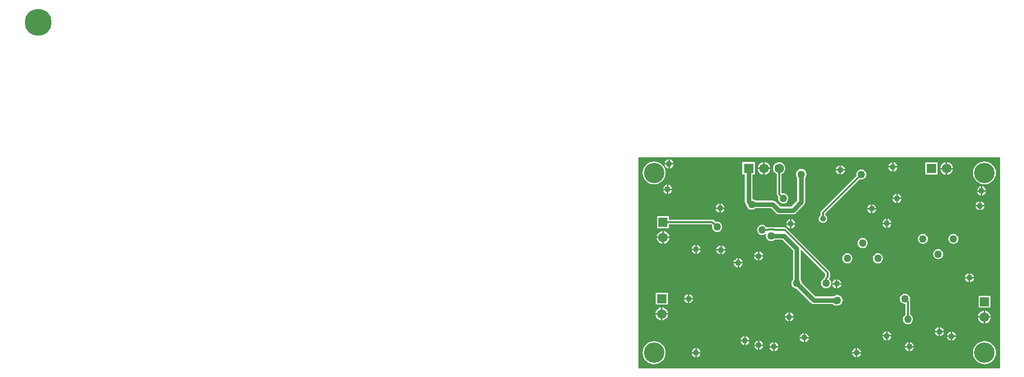
<source format=gbl>
G04 Layer_Physical_Order=2*
G04 Layer_Color=16711680*
%FSLAX25Y25*%
%MOIN*%
G70*
G01*
G75*
%ADD23C,0.03000*%
%ADD24C,0.01400*%
%ADD25C,0.00500*%
%ADD26C,0.00591*%
%ADD27C,0.13386*%
%ADD28C,0.17716*%
%ADD29C,0.05000*%
%ADD30R,0.06299X0.06299*%
%ADD31C,0.06299*%
%ADD32R,0.06299X0.06299*%
%ADD33C,0.03937*%
G36*
X236221Y0D02*
X0D01*
Y137795D01*
X236221D01*
Y0D01*
D02*
G37*
%LPC*%
G36*
X98925Y36235D02*
Y33807D01*
X101354D01*
X101317Y34082D01*
X101018Y34804D01*
X100542Y35424D01*
X99922Y35900D01*
X99200Y36199D01*
X98925Y36235D01*
D02*
G37*
G36*
X226878Y37427D02*
Y33807D01*
X230498D01*
X230421Y34390D01*
X230003Y35400D01*
X229338Y36267D01*
X228471Y36932D01*
X227461Y37350D01*
X226878Y37427D01*
D02*
G37*
G36*
X225878Y37427D02*
X225295Y37350D01*
X224285Y36932D01*
X223418Y36267D01*
X222753Y35400D01*
X222335Y34390D01*
X222258Y33807D01*
X225878D01*
Y37427D01*
D02*
G37*
G36*
X97925Y36235D02*
X97650Y36199D01*
X96928Y35900D01*
X96308Y35424D01*
X95832Y34804D01*
X95533Y34082D01*
X95497Y33807D01*
X97925D01*
Y36235D01*
D02*
G37*
G36*
X14343Y39435D02*
X13759Y39358D01*
X12750Y38940D01*
X11883Y38274D01*
X11218Y37408D01*
X10800Y36398D01*
X10723Y35815D01*
X14343D01*
Y39435D01*
D02*
G37*
G36*
X18792Y49265D02*
X10893D01*
Y41365D01*
X18792D01*
Y49265D01*
D02*
G37*
G36*
X31980Y44815D02*
X29552D01*
X29588Y44540D01*
X29887Y43818D01*
X30363Y43198D01*
X30983Y42722D01*
X31705Y42423D01*
X31980Y42387D01*
Y44815D01*
D02*
G37*
G36*
X15342Y39435D02*
Y35815D01*
X18962D01*
X18885Y36398D01*
X18467Y37408D01*
X17802Y38274D01*
X16935Y38940D01*
X15926Y39358D01*
X15342Y39435D01*
D02*
G37*
G36*
X230328Y47257D02*
X222428D01*
Y39358D01*
X230328D01*
Y47257D01*
D02*
G37*
G36*
X18962Y34815D02*
X15342D01*
Y31195D01*
X15926Y31272D01*
X16935Y31690D01*
X17802Y32355D01*
X18467Y33222D01*
X18885Y34232D01*
X18962Y34815D01*
D02*
G37*
G36*
X197350Y26550D02*
Y24122D01*
X199779D01*
X199742Y24397D01*
X199443Y25119D01*
X198968Y25739D01*
X198347Y26215D01*
X197625Y26514D01*
X197350Y26550D01*
D02*
G37*
G36*
X174213Y48643D02*
X173351Y48530D01*
X172548Y48197D01*
X171859Y47668D01*
X171330Y46979D01*
X170998Y46176D01*
X170884Y45315D01*
X170998Y44453D01*
X171330Y43651D01*
X171859Y42961D01*
X172548Y42432D01*
X173351Y42100D01*
X174213Y41987D01*
X174276Y41995D01*
X174652Y41665D01*
Y34808D01*
X174517Y34753D01*
X173828Y34224D01*
X173299Y33534D01*
X172966Y32732D01*
X172853Y31870D01*
X172966Y31009D01*
X173299Y30206D01*
X173828Y29517D01*
X174517Y28988D01*
X175320Y28655D01*
X176181Y28542D01*
X177043Y28655D01*
X177845Y28988D01*
X178535Y29517D01*
X179064Y30206D01*
X179396Y31009D01*
X179510Y31870D01*
X179396Y32732D01*
X179064Y33534D01*
X178535Y34224D01*
X177845Y34753D01*
X177710Y34808D01*
Y43347D01*
X177594Y43932D01*
X177358Y44285D01*
X177428Y44453D01*
X177541Y45315D01*
X177428Y46176D01*
X177095Y46979D01*
X176566Y47668D01*
X175877Y48197D01*
X175074Y48530D01*
X174213Y48643D01*
D02*
G37*
G36*
X162902Y23822D02*
Y21394D01*
X165330D01*
X165294Y21669D01*
X164995Y22391D01*
X164519Y23011D01*
X163899Y23487D01*
X163177Y23786D01*
X162902Y23822D01*
D02*
G37*
G36*
X196350Y26550D02*
X196075Y26514D01*
X195353Y26215D01*
X194733Y25739D01*
X194257Y25119D01*
X193958Y24397D01*
X193922Y24122D01*
X196350D01*
Y26550D01*
D02*
G37*
G36*
X225878Y32807D02*
X222258D01*
X222335Y32224D01*
X222753Y31214D01*
X223418Y30348D01*
X224285Y29682D01*
X225295Y29264D01*
X225878Y29188D01*
Y32807D01*
D02*
G37*
G36*
X101354D02*
X98925D01*
Y30379D01*
X99200Y30415D01*
X99922Y30714D01*
X100542Y31190D01*
X101018Y31810D01*
X101317Y32532D01*
X101354Y32807D01*
D02*
G37*
G36*
X14343Y34815D02*
X10723D01*
X10800Y34232D01*
X11218Y33222D01*
X11883Y32355D01*
X12750Y31690D01*
X13759Y31272D01*
X14343Y31195D01*
Y34815D01*
D02*
G37*
G36*
X230498Y32807D02*
X226878D01*
Y29188D01*
X227461Y29264D01*
X228471Y29682D01*
X229338Y30348D01*
X230003Y31214D01*
X230421Y32224D01*
X230498Y32807D01*
D02*
G37*
G36*
X97925D02*
X95497D01*
X95533Y32532D01*
X95832Y31810D01*
X96308Y31190D01*
X96928Y30714D01*
X97650Y30415D01*
X97925Y30379D01*
Y32807D01*
D02*
G37*
G36*
X64461Y68398D02*
X62032D01*
X62068Y68123D01*
X62368Y67401D01*
X62844Y66781D01*
X63464Y66305D01*
X64186Y66005D01*
X64461Y65969D01*
Y68398D01*
D02*
G37*
G36*
X67889D02*
X65461D01*
Y65969D01*
X65736Y66005D01*
X66458Y66305D01*
X67078Y66781D01*
X67554Y67401D01*
X67853Y68123D01*
X67889Y68398D01*
D02*
G37*
G36*
X216035Y61983D02*
X215760Y61947D01*
X215038Y61648D01*
X214418Y61172D01*
X213943Y60552D01*
X213643Y59830D01*
X213607Y59555D01*
X216035D01*
Y61983D01*
D02*
G37*
G36*
X217035D02*
Y59555D01*
X219464D01*
X219427Y59830D01*
X219128Y60552D01*
X218653Y61172D01*
X218033Y61648D01*
X217310Y61947D01*
X217035Y61983D01*
D02*
G37*
G36*
X136496Y75179D02*
X135635Y75065D01*
X134832Y74733D01*
X134142Y74204D01*
X133614Y73515D01*
X133281Y72712D01*
X133168Y71850D01*
X133281Y70989D01*
X133614Y70186D01*
X134142Y69497D01*
X134832Y68968D01*
X135635Y68635D01*
X136496Y68522D01*
X137357Y68635D01*
X138160Y68968D01*
X138850Y69497D01*
X139379Y70186D01*
X139711Y70989D01*
X139824Y71850D01*
X139711Y72712D01*
X139379Y73515D01*
X138850Y74204D01*
X138160Y74733D01*
X137357Y75065D01*
X136496Y75179D01*
D02*
G37*
G36*
X65461Y71826D02*
Y69398D01*
X67889D01*
X67853Y69673D01*
X67554Y70395D01*
X67078Y71015D01*
X66458Y71491D01*
X65736Y71790D01*
X65461Y71826D01*
D02*
G37*
G36*
X77831Y72819D02*
X75402D01*
X75439Y72544D01*
X75738Y71822D01*
X76214Y71202D01*
X76834Y70726D01*
X77556Y70427D01*
X77831Y70391D01*
Y72819D01*
D02*
G37*
G36*
X156496Y75179D02*
X155635Y75065D01*
X154832Y74733D01*
X154142Y74204D01*
X153613Y73515D01*
X153281Y72712D01*
X153168Y71850D01*
X153281Y70989D01*
X153613Y70186D01*
X154142Y69497D01*
X154832Y68968D01*
X155635Y68635D01*
X156496Y68522D01*
X157358Y68635D01*
X158160Y68968D01*
X158850Y69497D01*
X159379Y70186D01*
X159711Y70989D01*
X159825Y71850D01*
X159711Y72712D01*
X159379Y73515D01*
X158850Y74204D01*
X158160Y74733D01*
X157358Y75065D01*
X156496Y75179D01*
D02*
G37*
G36*
X64461Y71826D02*
X64186Y71790D01*
X63464Y71491D01*
X62844Y71015D01*
X62368Y70395D01*
X62068Y69673D01*
X62032Y69398D01*
X64461D01*
Y71826D01*
D02*
G37*
G36*
X219464Y58555D02*
X217035D01*
Y56127D01*
X217310Y56163D01*
X218033Y56462D01*
X218653Y56938D01*
X219128Y57558D01*
X219427Y58280D01*
X219464Y58555D01*
D02*
G37*
G36*
X32980Y48243D02*
Y45815D01*
X35409D01*
X35372Y46090D01*
X35073Y46812D01*
X34598Y47432D01*
X33977Y47908D01*
X33255Y48207D01*
X32980Y48243D01*
D02*
G37*
G36*
X80708Y93879D02*
X79847Y93766D01*
X79044Y93433D01*
X78355Y92905D01*
X77826Y92215D01*
X77493Y91412D01*
X77380Y90551D01*
X77493Y89689D01*
X77826Y88887D01*
X78355Y88197D01*
X79044Y87668D01*
X79847Y87336D01*
X80708Y87222D01*
X81570Y87336D01*
X82373Y87668D01*
X82884Y88060D01*
X83294Y87745D01*
X83204Y87528D01*
X83084Y86614D01*
X83204Y85701D01*
X83557Y84849D01*
X84118Y84118D01*
X84849Y83557D01*
X85701Y83204D01*
X86614Y83084D01*
X87528Y83204D01*
X88379Y83557D01*
X89042Y84065D01*
X93828D01*
X100797Y77096D01*
Y57841D01*
X100289Y57178D01*
X99936Y56327D01*
X99816Y55413D01*
X99936Y54500D01*
X100289Y53648D01*
X100850Y52917D01*
X101581Y52356D01*
X102433Y52004D01*
X103261Y51894D01*
X112666Y42489D01*
X113493Y41936D01*
X114469Y41742D01*
X126897D01*
X127135Y41505D01*
X127962Y40952D01*
X128937Y40758D01*
X129338Y40838D01*
X129921Y40761D01*
X130835Y40881D01*
X131686Y41234D01*
X132417Y41795D01*
X132978Y42526D01*
X133331Y43378D01*
X133451Y44291D01*
X133331Y45205D01*
X132978Y46056D01*
X132417Y46787D01*
X131686Y47348D01*
X130835Y47701D01*
X129921Y47821D01*
X129007Y47701D01*
X128156Y47348D01*
X127494Y46840D01*
X115524D01*
X106865Y55499D01*
X106756Y56327D01*
X106404Y57178D01*
X105895Y57841D01*
Y77312D01*
X106357Y77503D01*
X122085Y61776D01*
Y60173D01*
X121493Y59581D01*
X121162Y59085D01*
X121045Y58500D01*
Y58352D01*
X120911Y58296D01*
X120221Y57767D01*
X119692Y57078D01*
X119360Y56275D01*
X119246Y55413D01*
X119360Y54552D01*
X119692Y53749D01*
X120221Y53060D01*
X120911Y52531D01*
X121713Y52198D01*
X122575Y52085D01*
X123436Y52198D01*
X124239Y52531D01*
X124928Y53060D01*
X125457Y53749D01*
X125790Y54552D01*
X125903Y55413D01*
X125790Y56275D01*
X125457Y57078D01*
X124928Y57767D01*
X124706Y57937D01*
X124674Y58436D01*
X124696Y58458D01*
X125027Y58954D01*
X125144Y59539D01*
Y62409D01*
X125027Y62995D01*
X124696Y63491D01*
X96554Y91632D01*
X96058Y91964D01*
X95473Y92080D01*
X89159D01*
X88939Y92227D01*
X88354Y92344D01*
X84874D01*
X84289Y92227D01*
X84109Y92107D01*
X83596Y92203D01*
X83591Y92215D01*
X83062Y92905D01*
X82373Y93433D01*
X81570Y93766D01*
X80708Y93879D01*
D02*
G37*
G36*
X35409Y44815D02*
X32980D01*
Y42387D01*
X33255Y42423D01*
X33977Y42722D01*
X34598Y43198D01*
X35073Y43818D01*
X35372Y44540D01*
X35409Y44815D01*
D02*
G37*
G36*
X31980Y48243D02*
X31705Y48207D01*
X30983Y47908D01*
X30363Y47432D01*
X29887Y46812D01*
X29588Y46090D01*
X29552Y45815D01*
X31980D01*
Y48243D01*
D02*
G37*
G36*
X129075Y54618D02*
X126646D01*
X126683Y54343D01*
X126982Y53621D01*
X127458Y53001D01*
X128078Y52525D01*
X128800Y52226D01*
X129075Y52190D01*
Y54618D01*
D02*
G37*
G36*
X130075Y58046D02*
Y55618D01*
X132503D01*
X132467Y55893D01*
X132168Y56615D01*
X131692Y57235D01*
X131072Y57711D01*
X130350Y58010D01*
X130075Y58046D01*
D02*
G37*
G36*
X216035Y58555D02*
X213607D01*
X213643Y58280D01*
X213943Y57558D01*
X214418Y56938D01*
X215038Y56462D01*
X215760Y56163D01*
X216035Y56127D01*
Y58555D01*
D02*
G37*
G36*
X132503Y54618D02*
X130075D01*
Y52190D01*
X130350Y52226D01*
X131072Y52525D01*
X131692Y53001D01*
X132168Y53621D01*
X132467Y54343D01*
X132503Y54618D01*
D02*
G37*
G36*
X129075Y58046D02*
X128800Y58010D01*
X128078Y57711D01*
X127458Y57235D01*
X126982Y56615D01*
X126683Y55893D01*
X126646Y55618D01*
X129075D01*
Y58046D01*
D02*
G37*
G36*
X161902Y23822D02*
X161627Y23786D01*
X160905Y23487D01*
X160284Y23011D01*
X159809Y22391D01*
X159510Y21669D01*
X159473Y21394D01*
X161902D01*
Y23822D01*
D02*
G37*
G36*
X176665Y13280D02*
X174237D01*
X174273Y13005D01*
X174572Y12282D01*
X175048Y11662D01*
X175668Y11186D01*
X176390Y10887D01*
X176665Y10851D01*
Y13280D01*
D02*
G37*
G36*
X180094D02*
X177665D01*
Y10851D01*
X177940Y10887D01*
X178662Y11186D01*
X179282Y11662D01*
X179758Y12282D01*
X180057Y13005D01*
X180094Y13280D01*
D02*
G37*
G36*
X87878D02*
X85450D01*
X85486Y13005D01*
X85785Y12282D01*
X86261Y11662D01*
X86881Y11186D01*
X87603Y10887D01*
X87878Y10851D01*
Y13280D01*
D02*
G37*
G36*
X91306D02*
X88878D01*
Y10851D01*
X89153Y10887D01*
X89875Y11186D01*
X90495Y11662D01*
X90971Y12282D01*
X91270Y13005D01*
X91306Y13280D01*
D02*
G37*
G36*
X77878Y14264D02*
X75450D01*
X75486Y13989D01*
X75785Y13267D01*
X76261Y12647D01*
X76881Y12171D01*
X77603Y11872D01*
X77878Y11835D01*
Y14264D01*
D02*
G37*
G36*
X88878Y16708D02*
Y14279D01*
X91306D01*
X91270Y14555D01*
X90971Y15277D01*
X90495Y15897D01*
X89875Y16373D01*
X89153Y16672D01*
X88878Y16708D01*
D02*
G37*
G36*
X176665D02*
X176390Y16672D01*
X175668Y16373D01*
X175048Y15897D01*
X174572Y15277D01*
X174273Y14555D01*
X174237Y14279D01*
X176665D01*
Y16708D01*
D02*
G37*
G36*
X81306Y14264D02*
X78878D01*
Y11835D01*
X79153Y11872D01*
X79875Y12171D01*
X80495Y12647D01*
X80971Y13267D01*
X81270Y13989D01*
X81306Y14264D01*
D02*
G37*
G36*
X87878Y16708D02*
X87603Y16672D01*
X86881Y16373D01*
X86261Y15897D01*
X85785Y15277D01*
X85486Y14555D01*
X85450Y14279D01*
X87878D01*
Y16708D01*
D02*
G37*
G36*
X143059Y12771D02*
Y10343D01*
X145487D01*
X145451Y10617D01*
X145152Y11340D01*
X144676Y11960D01*
X144056Y12436D01*
X143334Y12735D01*
X143059Y12771D01*
D02*
G37*
G36*
X36902Y9342D02*
X34473D01*
X34510Y9068D01*
X34809Y8345D01*
X35284Y7725D01*
X35904Y7249D01*
X36627Y6950D01*
X36902Y6914D01*
Y9342D01*
D02*
G37*
G36*
X40330D02*
X37902D01*
Y6914D01*
X38177Y6950D01*
X38899Y7249D01*
X39519Y7725D01*
X39994Y8345D01*
X40294Y9068D01*
X40330Y9342D01*
D02*
G37*
G36*
X9843Y17372D02*
X8374Y17227D01*
X6961Y16799D01*
X5660Y16103D01*
X4519Y15166D01*
X3582Y14026D01*
X2887Y12724D01*
X2458Y11311D01*
X2313Y9843D01*
X2458Y8374D01*
X2887Y6961D01*
X3582Y5660D01*
X4519Y4519D01*
X5660Y3582D01*
X6961Y2887D01*
X8374Y2458D01*
X9843Y2313D01*
X11311Y2458D01*
X12724Y2887D01*
X14026Y3582D01*
X15166Y4519D01*
X16103Y5660D01*
X16799Y6961D01*
X17227Y8374D01*
X17372Y9843D01*
X17227Y11311D01*
X16799Y12724D01*
X16103Y14026D01*
X15166Y15166D01*
X14026Y16103D01*
X12724Y16799D01*
X11311Y17227D01*
X9843Y17372D01*
D02*
G37*
G36*
X226378D02*
X224909Y17227D01*
X223497Y16799D01*
X222195Y16103D01*
X221054Y15166D01*
X220118Y14026D01*
X219422Y12724D01*
X218993Y11311D01*
X218849Y9843D01*
X218993Y8374D01*
X219422Y6961D01*
X220118Y5660D01*
X221054Y4519D01*
X222195Y3582D01*
X223497Y2887D01*
X224909Y2458D01*
X226378Y2313D01*
X227847Y2458D01*
X229259Y2887D01*
X230561Y3582D01*
X231702Y4519D01*
X232638Y5660D01*
X233334Y6961D01*
X233762Y8374D01*
X233907Y9843D01*
X233762Y11311D01*
X233334Y12724D01*
X232638Y14026D01*
X231702Y15166D01*
X230561Y16103D01*
X229259Y16799D01*
X227847Y17227D01*
X226378Y17372D01*
D02*
G37*
G36*
X142059Y9342D02*
X139631D01*
X139667Y9068D01*
X139966Y8345D01*
X140442Y7725D01*
X141062Y7249D01*
X141784Y6950D01*
X142059Y6914D01*
Y9342D01*
D02*
G37*
G36*
X37902Y12771D02*
Y10343D01*
X40330D01*
X40294Y10617D01*
X39994Y11340D01*
X39519Y11960D01*
X38899Y12436D01*
X38177Y12735D01*
X37902Y12771D01*
D02*
G37*
G36*
X142059D02*
X141784Y12735D01*
X141062Y12436D01*
X140442Y11960D01*
X139966Y11340D01*
X139667Y10617D01*
X139631Y10343D01*
X142059D01*
Y12771D01*
D02*
G37*
G36*
X145487Y9342D02*
X143059D01*
Y6914D01*
X143334Y6950D01*
X144056Y7249D01*
X144676Y7725D01*
X145152Y8345D01*
X145451Y9068D01*
X145487Y9342D01*
D02*
G37*
G36*
X36902Y12771D02*
X36627Y12735D01*
X35904Y12436D01*
X35284Y11960D01*
X34809Y11340D01*
X34510Y10617D01*
X34473Y10343D01*
X36902D01*
Y12771D01*
D02*
G37*
G36*
X69878Y20645D02*
Y18216D01*
X72306D01*
X72270Y18492D01*
X71971Y19214D01*
X71495Y19834D01*
X70875Y20310D01*
X70153Y20609D01*
X69878Y20645D01*
D02*
G37*
G36*
X107768Y22613D02*
X107493Y22577D01*
X106771Y22278D01*
X106151Y21802D01*
X105675Y21182D01*
X105376Y20460D01*
X105339Y20185D01*
X107768D01*
Y22613D01*
D02*
G37*
G36*
X165330Y20394D02*
X162902D01*
Y17965D01*
X163177Y18002D01*
X163899Y18301D01*
X164519Y18777D01*
X164995Y19397D01*
X165294Y20119D01*
X165330Y20394D01*
D02*
G37*
G36*
X68878Y20645D02*
X68603Y20609D01*
X67881Y20310D01*
X67261Y19834D01*
X66785Y19214D01*
X66486Y18492D01*
X66450Y18216D01*
X68878D01*
Y20645D01*
D02*
G37*
G36*
X108768Y22613D02*
Y20185D01*
X111196D01*
X111160Y20460D01*
X110861Y21182D01*
X110385Y21802D01*
X109765Y22278D01*
X109043Y22577D01*
X108768Y22613D01*
D02*
G37*
G36*
X204224Y23598D02*
X203949Y23561D01*
X203227Y23262D01*
X202607Y22786D01*
X202131Y22166D01*
X201832Y21444D01*
X201796Y21169D01*
X204224D01*
Y23598D01*
D02*
G37*
G36*
X205224D02*
Y21169D01*
X207653D01*
X207616Y21444D01*
X207317Y22166D01*
X206842Y22786D01*
X206222Y23262D01*
X205499Y23561D01*
X205224Y23598D01*
D02*
G37*
G36*
X196350Y23122D02*
X193922D01*
X193958Y22847D01*
X194257Y22125D01*
X194733Y21505D01*
X195353Y21029D01*
X196075Y20730D01*
X196350Y20694D01*
Y23122D01*
D02*
G37*
G36*
X199779D02*
X197350D01*
Y20694D01*
X197625Y20730D01*
X198347Y21029D01*
X198968Y21505D01*
X199443Y22125D01*
X199742Y22847D01*
X199779Y23122D01*
D02*
G37*
G36*
X161902Y20394D02*
X159473D01*
X159510Y20119D01*
X159809Y19397D01*
X160284Y18777D01*
X160905Y18301D01*
X161627Y18002D01*
X161902Y17965D01*
Y20394D01*
D02*
G37*
G36*
X72306Y17217D02*
X69878D01*
Y14788D01*
X70153Y14824D01*
X70875Y15124D01*
X71495Y15599D01*
X71971Y16219D01*
X72270Y16942D01*
X72306Y17217D01*
D02*
G37*
G36*
X77878Y17692D02*
X77603Y17656D01*
X76881Y17357D01*
X76261Y16881D01*
X75785Y16261D01*
X75486Y15539D01*
X75450Y15264D01*
X77878D01*
Y17692D01*
D02*
G37*
G36*
X177665Y16708D02*
Y14279D01*
X180094D01*
X180057Y14555D01*
X179758Y15277D01*
X179282Y15897D01*
X178662Y16373D01*
X177940Y16672D01*
X177665Y16708D01*
D02*
G37*
G36*
X68878Y17217D02*
X66450D01*
X66486Y16942D01*
X66785Y16219D01*
X67261Y15599D01*
X67881Y15124D01*
X68603Y14824D01*
X68878Y14788D01*
Y17217D01*
D02*
G37*
G36*
X78878Y17692D02*
Y15264D01*
X81306D01*
X81270Y15539D01*
X80971Y16261D01*
X80495Y16881D01*
X79875Y17357D01*
X79153Y17656D01*
X78878Y17692D01*
D02*
G37*
G36*
X204224Y20169D02*
X201796D01*
X201832Y19894D01*
X202131Y19172D01*
X202607Y18552D01*
X203227Y18076D01*
X203949Y17777D01*
X204224Y17741D01*
Y20169D01*
D02*
G37*
G36*
X207653D02*
X205224D01*
Y17741D01*
X205499Y17777D01*
X206222Y18076D01*
X206842Y18552D01*
X207317Y19172D01*
X207616Y19894D01*
X207653Y20169D01*
D02*
G37*
G36*
X107768Y19185D02*
X105339D01*
X105376Y18910D01*
X105675Y18188D01*
X106151Y17568D01*
X106771Y17092D01*
X107493Y16793D01*
X107768Y16757D01*
Y19185D01*
D02*
G37*
G36*
X111196D02*
X108768D01*
Y16757D01*
X109043Y16793D01*
X109765Y17092D01*
X110385Y17568D01*
X110861Y18188D01*
X111160Y18910D01*
X111196Y19185D01*
D02*
G37*
G36*
X224909Y119070D02*
Y116642D01*
X227338D01*
X227302Y116917D01*
X227002Y117639D01*
X226527Y118259D01*
X225906Y118735D01*
X225184Y119034D01*
X224909Y119070D01*
D02*
G37*
G36*
X18201Y120054D02*
X17926Y120018D01*
X17204Y119719D01*
X16584Y119243D01*
X16108Y118623D01*
X15809Y117901D01*
X15773Y117626D01*
X18201D01*
Y120054D01*
D02*
G37*
G36*
X21629Y116626D02*
X19201D01*
Y114198D01*
X19476Y114234D01*
X20198Y114533D01*
X20818Y115009D01*
X21294Y115629D01*
X21593Y116351D01*
X21629Y116626D01*
D02*
G37*
G36*
X223909Y119070D02*
X223635Y119034D01*
X222912Y118735D01*
X222292Y118259D01*
X221816Y117639D01*
X221517Y116917D01*
X221481Y116642D01*
X223909D01*
Y119070D01*
D02*
G37*
G36*
X19201Y120054D02*
Y117626D01*
X21629D01*
X21593Y117901D01*
X21294Y118623D01*
X20818Y119243D01*
X20198Y119719D01*
X19476Y120018D01*
X19201Y120054D01*
D02*
G37*
G36*
X145669Y130297D02*
X144808Y130184D01*
X144005Y129851D01*
X143316Y129322D01*
X142787Y128633D01*
X142454Y127830D01*
X142341Y126969D01*
X142454Y126107D01*
X142510Y125972D01*
X119419Y102881D01*
X119087Y102384D01*
X118971Y101799D01*
Y100131D01*
X118526Y99790D01*
X118082Y99211D01*
X117803Y98538D01*
X117708Y97815D01*
X117803Y97092D01*
X118082Y96419D01*
X118526Y95840D01*
X119104Y95397D01*
X119777Y95118D01*
X120500Y95023D01*
X121223Y95118D01*
X121896Y95397D01*
X122475Y95840D01*
X122918Y96419D01*
X123197Y97092D01*
X123292Y97815D01*
X123197Y98538D01*
X122918Y99211D01*
X122475Y99790D01*
X122029Y100131D01*
Y101166D01*
X144673Y123809D01*
X144808Y123753D01*
X145669Y123640D01*
X146531Y123753D01*
X147334Y124086D01*
X148023Y124615D01*
X148552Y125304D01*
X148884Y126107D01*
X148998Y126969D01*
X148884Y127830D01*
X148552Y128633D01*
X148023Y129322D01*
X147334Y129851D01*
X146531Y130184D01*
X145669Y130297D01*
D02*
G37*
G36*
X201000Y130315D02*
X197380D01*
X197457Y129732D01*
X197875Y128722D01*
X198540Y127855D01*
X199407Y127190D01*
X200417Y126772D01*
X201000Y126695D01*
Y130315D01*
D02*
G37*
G36*
X9843Y135482D02*
X8374Y135337D01*
X6961Y134909D01*
X5660Y134213D01*
X4519Y133277D01*
X3582Y132136D01*
X2887Y130834D01*
X2458Y129422D01*
X2313Y127953D01*
X2458Y126484D01*
X2887Y125072D01*
X3582Y123770D01*
X4519Y122629D01*
X5660Y121693D01*
X6961Y120997D01*
X8374Y120568D01*
X9843Y120424D01*
X11311Y120568D01*
X12724Y120997D01*
X14026Y121693D01*
X15166Y122629D01*
X16103Y123770D01*
X16799Y125072D01*
X17227Y126484D01*
X17372Y127953D01*
X17227Y129422D01*
X16799Y130834D01*
X16103Y132136D01*
X15166Y133277D01*
X14026Y134213D01*
X12724Y134909D01*
X11311Y135337D01*
X9843Y135482D01*
D02*
G37*
G36*
X226378D02*
X224909Y135337D01*
X223497Y134909D01*
X222195Y134213D01*
X221054Y133277D01*
X220118Y132136D01*
X219422Y130834D01*
X218993Y129422D01*
X218849Y127953D01*
X218993Y126484D01*
X219422Y125072D01*
X220118Y123770D01*
X221054Y122629D01*
X222195Y121693D01*
X223497Y120997D01*
X224909Y120568D01*
X226378Y120424D01*
X227847Y120568D01*
X229259Y120997D01*
X230561Y121693D01*
X231702Y122629D01*
X232638Y123770D01*
X233334Y125072D01*
X233762Y126484D01*
X233907Y127953D01*
X233762Y129422D01*
X233334Y130834D01*
X232638Y132136D01*
X231702Y133277D01*
X230561Y134213D01*
X229259Y134909D01*
X227847Y135337D01*
X226378Y135482D01*
D02*
G37*
G36*
X18201Y116626D02*
X15773D01*
X15809Y116351D01*
X16108Y115629D01*
X16584Y115009D01*
X17204Y114533D01*
X17926Y114234D01*
X18201Y114198D01*
Y116626D01*
D02*
G37*
G36*
X91850Y134889D02*
X90819Y134753D01*
X89859Y134355D01*
X89034Y133722D01*
X88400Y132897D01*
X88002Y131937D01*
X87867Y130905D01*
X88002Y129875D01*
X88400Y128914D01*
X89034Y128089D01*
X89859Y127455D01*
X90321Y127264D01*
Y113858D01*
X90437Y113273D01*
X90769Y112777D01*
X91329Y112217D01*
X91273Y112082D01*
X91160Y111221D01*
X91273Y110359D01*
X91606Y109556D01*
X92135Y108867D01*
X92824Y108338D01*
X93627Y108005D01*
X94488Y107892D01*
X95350Y108005D01*
X96152Y108338D01*
X96842Y108867D01*
X97371Y109556D01*
X97703Y110359D01*
X97817Y111221D01*
X97703Y112082D01*
X97371Y112885D01*
X96842Y113574D01*
X96152Y114103D01*
X95350Y114436D01*
X94488Y114549D01*
X93870Y114468D01*
X93426Y114793D01*
X93380Y114874D01*
Y127264D01*
X93842Y127455D01*
X94667Y128089D01*
X95300Y128914D01*
X95698Y129875D01*
X95834Y130905D01*
X95698Y131937D01*
X95300Y132897D01*
X94667Y133722D01*
X93842Y134355D01*
X92881Y134753D01*
X91850Y134889D01*
D02*
G37*
G36*
X168500Y110721D02*
X166072D01*
X166108Y110445D01*
X166407Y109723D01*
X166883Y109103D01*
X167503Y108627D01*
X168225Y108328D01*
X168500Y108292D01*
Y110721D01*
D02*
G37*
G36*
X222925Y109228D02*
X222650Y109191D01*
X221928Y108892D01*
X221308Y108416D01*
X220832Y107796D01*
X220533Y107074D01*
X220497Y106799D01*
X222925D01*
Y109228D01*
D02*
G37*
G36*
X223925D02*
Y106799D01*
X226354D01*
X226317Y107074D01*
X226018Y107796D01*
X225542Y108416D01*
X224922Y108892D01*
X224200Y109191D01*
X223925Y109228D01*
D02*
G37*
G36*
X171928Y110721D02*
X169500D01*
Y108292D01*
X169775Y108328D01*
X170497Y108627D01*
X171117Y109103D01*
X171593Y109723D01*
X171892Y110445D01*
X171928Y110721D01*
D02*
G37*
G36*
X223909Y115642D02*
X221481D01*
X221517Y115367D01*
X221816Y114645D01*
X222292Y114025D01*
X222912Y113549D01*
X223635Y113250D01*
X223909Y113213D01*
Y115642D01*
D02*
G37*
G36*
X227338D02*
X224909D01*
Y113213D01*
X225184Y113250D01*
X225906Y113549D01*
X226527Y114025D01*
X227002Y114645D01*
X227302Y115367D01*
X227338Y115642D01*
D02*
G37*
G36*
X168500Y114149D02*
X168225Y114113D01*
X167503Y113813D01*
X166883Y113338D01*
X166407Y112717D01*
X166108Y111995D01*
X166072Y111721D01*
X168500D01*
Y114149D01*
D02*
G37*
G36*
X169500D02*
Y111721D01*
X171928D01*
X171892Y111995D01*
X171593Y112717D01*
X171117Y113338D01*
X170497Y113813D01*
X169775Y114113D01*
X169500Y114149D01*
D02*
G37*
G36*
X205620Y130315D02*
X202000D01*
Y126695D01*
X202583Y126772D01*
X203593Y127190D01*
X204460Y127855D01*
X205125Y128722D01*
X205543Y129732D01*
X205620Y130315D01*
D02*
G37*
G36*
X202000Y134934D02*
Y131315D01*
X205620D01*
X205543Y131898D01*
X205125Y132908D01*
X204460Y133774D01*
X203593Y134440D01*
X202583Y134858D01*
X202000Y134934D01*
D02*
G37*
G36*
X81350Y135025D02*
X80767Y134948D01*
X79758Y134530D01*
X78891Y133865D01*
X78226Y132998D01*
X77808Y131989D01*
X77731Y131405D01*
X81350D01*
Y135025D01*
D02*
G37*
G36*
X22613Y133358D02*
X20185D01*
Y130930D01*
X20460Y130966D01*
X21182Y131265D01*
X21802Y131741D01*
X22278Y132361D01*
X22577Y133083D01*
X22613Y133358D01*
D02*
G37*
G36*
X201000Y134934D02*
X200417Y134858D01*
X199407Y134440D01*
X198540Y133774D01*
X197875Y132908D01*
X197457Y131898D01*
X197380Y131315D01*
X201000D01*
Y134934D01*
D02*
G37*
G36*
X82350Y135025D02*
Y131405D01*
X85970D01*
X85893Y131989D01*
X85475Y132998D01*
X84810Y133865D01*
X83943Y134530D01*
X82934Y134948D01*
X82350Y135025D01*
D02*
G37*
G36*
X19185Y136787D02*
X18910Y136750D01*
X18188Y136451D01*
X17568Y135975D01*
X17092Y135355D01*
X16793Y134633D01*
X16757Y134358D01*
X19185D01*
Y136787D01*
D02*
G37*
G36*
X20185D02*
Y134358D01*
X22613D01*
X22577Y134633D01*
X22278Y135355D01*
X21802Y135975D01*
X21182Y136451D01*
X20460Y136750D01*
X20185Y136787D01*
D02*
G37*
G36*
X165839Y134818D02*
X165564Y134782D01*
X164841Y134483D01*
X164221Y134007D01*
X163746Y133387D01*
X163446Y132665D01*
X163410Y132390D01*
X165839D01*
Y134818D01*
D02*
G37*
G36*
X166839D02*
Y132390D01*
X169267D01*
X169231Y132665D01*
X168932Y133387D01*
X168456Y134007D01*
X167836Y134483D01*
X167113Y134782D01*
X166839Y134818D01*
D02*
G37*
G36*
X19185Y133358D02*
X16757D01*
X16793Y133083D01*
X17092Y132361D01*
X17568Y131741D01*
X18188Y131265D01*
X18910Y130966D01*
X19185Y130930D01*
Y133358D01*
D02*
G37*
G36*
X195450Y134765D02*
X187550D01*
Y126865D01*
X195450D01*
Y134765D01*
D02*
G37*
G36*
X131390Y129421D02*
X128962D01*
X128998Y129146D01*
X129297Y128424D01*
X129773Y127804D01*
X130393Y127328D01*
X131115Y127029D01*
X131390Y126993D01*
Y129421D01*
D02*
G37*
G36*
X81350Y130405D02*
X77731D01*
X77808Y129822D01*
X78226Y128813D01*
X78891Y127946D01*
X79758Y127281D01*
X80767Y126863D01*
X81350Y126786D01*
Y130405D01*
D02*
G37*
G36*
X85970D02*
X82350D01*
Y126786D01*
X82934Y126863D01*
X83943Y127281D01*
X84810Y127946D01*
X85475Y128813D01*
X85893Y129822D01*
X85970Y130405D01*
D02*
G37*
G36*
X134818Y129421D02*
X132390D01*
Y126993D01*
X132665Y127029D01*
X133387Y127328D01*
X134007Y127804D01*
X134483Y128424D01*
X134782Y129146D01*
X134818Y129421D01*
D02*
G37*
G36*
X131390Y132850D02*
X131115Y132813D01*
X130393Y132514D01*
X129773Y132038D01*
X129297Y131418D01*
X128998Y130696D01*
X128962Y130421D01*
X131390D01*
Y132850D01*
D02*
G37*
G36*
X132390D02*
Y130421D01*
X134818D01*
X134782Y130696D01*
X134483Y131418D01*
X134007Y132038D01*
X133387Y132514D01*
X132665Y132813D01*
X132390Y132850D01*
D02*
G37*
G36*
X165839Y131390D02*
X163410D01*
X163446Y131115D01*
X163746Y130393D01*
X164221Y129773D01*
X164841Y129297D01*
X165564Y128998D01*
X165839Y128962D01*
Y131390D01*
D02*
G37*
G36*
X169267D02*
X166839D01*
Y128962D01*
X167113Y128998D01*
X167836Y129297D01*
X168456Y129773D01*
X168932Y130393D01*
X169231Y131115D01*
X169267Y131390D01*
D02*
G37*
G36*
X146496Y85179D02*
X145635Y85065D01*
X144832Y84733D01*
X144142Y84204D01*
X143614Y83515D01*
X143281Y82712D01*
X143168Y81850D01*
X143281Y80989D01*
X143614Y80186D01*
X144142Y79497D01*
X144832Y78968D01*
X145635Y78635D01*
X146496Y78522D01*
X147357Y78635D01*
X148160Y78968D01*
X148850Y79497D01*
X149379Y80186D01*
X149711Y80989D01*
X149825Y81850D01*
X149711Y82712D01*
X149379Y83515D01*
X148850Y84204D01*
X148160Y84733D01*
X147357Y85065D01*
X146496Y85179D01*
D02*
G37*
G36*
X186024Y87974D02*
X185162Y87861D01*
X184359Y87528D01*
X183670Y86999D01*
X183141Y86310D01*
X182809Y85507D01*
X182695Y84646D01*
X182809Y83784D01*
X183141Y82981D01*
X183670Y82292D01*
X184359Y81763D01*
X185162Y81431D01*
X186024Y81317D01*
X186885Y81431D01*
X187688Y81763D01*
X188377Y82292D01*
X188906Y82981D01*
X189239Y83784D01*
X189352Y84646D01*
X189239Y85507D01*
X188906Y86310D01*
X188377Y86999D01*
X187688Y87528D01*
X186885Y87861D01*
X186024Y87974D01*
D02*
G37*
G36*
X36902Y80684D02*
X36627Y80648D01*
X35904Y80349D01*
X35284Y79873D01*
X34809Y79253D01*
X34510Y78531D01*
X34473Y78256D01*
X36902D01*
Y80684D01*
D02*
G37*
G36*
X37902D02*
Y78256D01*
X40330D01*
X40294Y78531D01*
X39994Y79253D01*
X39519Y79873D01*
X38899Y80349D01*
X38177Y80648D01*
X37902Y80684D01*
D02*
G37*
G36*
X206024Y87974D02*
X205162Y87861D01*
X204359Y87528D01*
X203670Y86999D01*
X203141Y86310D01*
X202809Y85507D01*
X202695Y84646D01*
X202809Y83784D01*
X203141Y82981D01*
X203670Y82292D01*
X204359Y81763D01*
X205162Y81431D01*
X206024Y81317D01*
X206885Y81431D01*
X207688Y81763D01*
X208377Y82292D01*
X208906Y82981D01*
X209239Y83784D01*
X209352Y84646D01*
X209239Y85507D01*
X208906Y86310D01*
X208377Y86999D01*
X207688Y87528D01*
X206885Y87861D01*
X206024Y87974D01*
D02*
G37*
G36*
X15248Y89749D02*
X14665Y89673D01*
X13655Y89255D01*
X12788Y88589D01*
X12123Y87723D01*
X11705Y86713D01*
X11628Y86130D01*
X15248D01*
Y89749D01*
D02*
G37*
G36*
X16248Y89749D02*
Y86130D01*
X19868D01*
X19791Y86713D01*
X19373Y87723D01*
X18708Y88589D01*
X17841Y89255D01*
X16831Y89673D01*
X16248Y89749D01*
D02*
G37*
G36*
X15248Y85130D02*
X11628D01*
X11705Y84547D01*
X12123Y83537D01*
X12788Y82670D01*
X13655Y82005D01*
X14665Y81587D01*
X15248Y81510D01*
Y85130D01*
D02*
G37*
G36*
X19868D02*
X16248D01*
Y81510D01*
X16831Y81587D01*
X17841Y82005D01*
X18708Y82670D01*
X19373Y83537D01*
X19791Y84547D01*
X19868Y85130D01*
D02*
G37*
G36*
X54150Y80275D02*
Y77846D01*
X56578D01*
X56542Y78121D01*
X56243Y78843D01*
X55767Y79464D01*
X55147Y79939D01*
X54425Y80239D01*
X54150Y80275D01*
D02*
G37*
G36*
X77831Y76247D02*
X77556Y76211D01*
X76834Y75912D01*
X76214Y75436D01*
X75738Y74816D01*
X75439Y74094D01*
X75402Y73819D01*
X77831D01*
Y76247D01*
D02*
G37*
G36*
X78831D02*
Y73819D01*
X81259D01*
X81223Y74094D01*
X80924Y74816D01*
X80448Y75436D01*
X79828Y75912D01*
X79106Y76211D01*
X78831Y76247D01*
D02*
G37*
G36*
X81259Y72819D02*
X78831D01*
Y70391D01*
X79106Y70427D01*
X79828Y70726D01*
X80448Y71202D01*
X80924Y71822D01*
X81223Y72544D01*
X81259Y72819D01*
D02*
G37*
G36*
X196024Y77974D02*
X195162Y77861D01*
X194359Y77528D01*
X193670Y76999D01*
X193141Y76310D01*
X192809Y75507D01*
X192695Y74646D01*
X192809Y73784D01*
X193141Y72981D01*
X193670Y72292D01*
X194359Y71763D01*
X195162Y71431D01*
X196024Y71317D01*
X196885Y71431D01*
X197688Y71763D01*
X198377Y72292D01*
X198906Y72981D01*
X199239Y73784D01*
X199352Y74646D01*
X199239Y75507D01*
X198906Y76310D01*
X198377Y76999D01*
X197688Y77528D01*
X196885Y77861D01*
X196024Y77974D01*
D02*
G37*
G36*
X53150Y76846D02*
X50721D01*
X50757Y76572D01*
X51057Y75849D01*
X51532Y75229D01*
X52153Y74753D01*
X52875Y74454D01*
X53150Y74418D01*
Y76846D01*
D02*
G37*
G36*
X40330Y77256D02*
X37902D01*
Y74828D01*
X38177Y74864D01*
X38899Y75163D01*
X39519Y75639D01*
X39994Y76259D01*
X40294Y76981D01*
X40330Y77256D01*
D02*
G37*
G36*
X53150Y80275D02*
X52875Y80239D01*
X52153Y79939D01*
X51532Y79464D01*
X51057Y78843D01*
X50757Y78121D01*
X50721Y77846D01*
X53150D01*
Y80275D01*
D02*
G37*
G36*
X56578Y76846D02*
X54150D01*
Y74418D01*
X54425Y74454D01*
X55147Y74753D01*
X55767Y75229D01*
X56243Y75849D01*
X56542Y76572D01*
X56578Y76846D01*
D02*
G37*
G36*
X36902Y77256D02*
X34473D01*
X34510Y76981D01*
X34809Y76259D01*
X35284Y75639D01*
X35904Y75163D01*
X36627Y74864D01*
X36902Y74828D01*
Y77256D01*
D02*
G37*
G36*
X19698Y99580D02*
X11798D01*
Y91680D01*
X19698D01*
Y94100D01*
X47437D01*
X48022Y93516D01*
X47966Y93381D01*
X47853Y92520D01*
X47966Y91658D01*
X48299Y90855D01*
X48827Y90166D01*
X49517Y89637D01*
X50320Y89305D01*
X51181Y89191D01*
X52043Y89305D01*
X52845Y89637D01*
X53535Y90166D01*
X54064Y90855D01*
X54396Y91658D01*
X54510Y92520D01*
X54396Y93381D01*
X54064Y94184D01*
X53535Y94873D01*
X52845Y95402D01*
X52043Y95735D01*
X51181Y95848D01*
X50320Y95735D01*
X50185Y95679D01*
X49152Y96711D01*
X48656Y97043D01*
X48071Y97159D01*
X19698D01*
Y99580D01*
D02*
G37*
G36*
X56078Y104315D02*
X53650D01*
Y101887D01*
X53925Y101923D01*
X54647Y102222D01*
X55267Y102698D01*
X55743Y103318D01*
X56042Y104040D01*
X56078Y104315D01*
D02*
G37*
G36*
X222925Y105799D02*
X220497D01*
X220533Y105524D01*
X220832Y104802D01*
X221308Y104182D01*
X221928Y103706D01*
X222650Y103407D01*
X222925Y103371D01*
Y105799D01*
D02*
G37*
G36*
X155428Y103858D02*
X153000D01*
Y101430D01*
X153275Y101466D01*
X153997Y101765D01*
X154617Y102241D01*
X155093Y102861D01*
X155392Y103583D01*
X155428Y103858D01*
D02*
G37*
G36*
X52650Y104315D02*
X50221D01*
X50257Y104040D01*
X50557Y103318D01*
X51033Y102698D01*
X51652Y102222D01*
X52375Y101923D01*
X52650Y101887D01*
Y104315D01*
D02*
G37*
G36*
X226354Y105799D02*
X223925D01*
Y103371D01*
X224200Y103407D01*
X224922Y103706D01*
X225542Y104182D01*
X226018Y104802D01*
X226317Y105524D01*
X226354Y105799D01*
D02*
G37*
G36*
X52650Y107743D02*
X52375Y107707D01*
X51652Y107408D01*
X51033Y106932D01*
X50557Y106312D01*
X50257Y105590D01*
X50221Y105315D01*
X52650D01*
Y107743D01*
D02*
G37*
G36*
X53650D02*
Y105315D01*
X56078D01*
X56042Y105590D01*
X55743Y106312D01*
X55267Y106932D01*
X54647Y107408D01*
X53925Y107707D01*
X53650Y107743D01*
D02*
G37*
G36*
X152000Y107287D02*
X151725Y107250D01*
X151003Y106951D01*
X150383Y106475D01*
X149907Y105855D01*
X149608Y105133D01*
X149572Y104858D01*
X152000D01*
Y107287D01*
D02*
G37*
G36*
X153000D02*
Y104858D01*
X155428D01*
X155392Y105133D01*
X155093Y105855D01*
X154617Y106475D01*
X153997Y106951D01*
X153275Y107250D01*
X153000Y107287D01*
D02*
G37*
G36*
X152000Y103858D02*
X149572D01*
X149608Y103583D01*
X149907Y102861D01*
X150383Y102241D01*
X151003Y101765D01*
X151725Y101466D01*
X152000Y101430D01*
Y103858D01*
D02*
G37*
G36*
X161902Y94327D02*
X159473D01*
X159510Y94052D01*
X159809Y93330D01*
X160284Y92710D01*
X160905Y92234D01*
X161627Y91935D01*
X161902Y91899D01*
Y94327D01*
D02*
G37*
G36*
X165330D02*
X162902D01*
Y91899D01*
X163177Y91935D01*
X163899Y92234D01*
X164519Y92710D01*
X164995Y93330D01*
X165294Y94052D01*
X165330Y94327D01*
D02*
G37*
G36*
X98909Y93988D02*
X96481D01*
X96517Y93713D01*
X96816Y92991D01*
X97292Y92371D01*
X97912Y91895D01*
X98634Y91596D01*
X98909Y91560D01*
Y93988D01*
D02*
G37*
G36*
X102338D02*
X99910D01*
Y91560D01*
X100184Y91596D01*
X100907Y91895D01*
X101527Y92371D01*
X102002Y92991D01*
X102302Y93713D01*
X102338Y93988D01*
D02*
G37*
G36*
X98909Y97417D02*
X98634Y97380D01*
X97912Y97081D01*
X97292Y96605D01*
X96816Y95985D01*
X96517Y95263D01*
X96481Y94988D01*
X98909D01*
Y97417D01*
D02*
G37*
G36*
X162902Y97755D02*
Y95327D01*
X165330D01*
X165294Y95602D01*
X164995Y96324D01*
X164519Y96944D01*
X163899Y97420D01*
X163177Y97719D01*
X162902Y97755D01*
D02*
G37*
G36*
X76000Y135055D02*
X67701D01*
Y126756D01*
X69301D01*
Y109252D01*
X69495Y108276D01*
X70048Y107450D01*
X70300Y107198D01*
X70409Y106370D01*
X70762Y105518D01*
X71323Y104787D01*
X72054Y104226D01*
X72905Y103874D01*
X73819Y103753D01*
X74733Y103874D01*
X75584Y104226D01*
X76246Y104735D01*
X86694D01*
X89884Y101544D01*
X90711Y100991D01*
X91686Y100797D01*
X100894D01*
X101869Y100991D01*
X102696Y101544D01*
X108102Y106950D01*
X108654Y107776D01*
X108848Y108752D01*
Y124541D01*
X109356Y125203D01*
X109709Y126055D01*
X109829Y126969D01*
X109709Y127882D01*
X109356Y128734D01*
X108795Y129465D01*
X108064Y130026D01*
X107213Y130378D01*
X106299Y130499D01*
X105385Y130378D01*
X104534Y130026D01*
X103803Y129465D01*
X103242Y128734D01*
X102889Y127882D01*
X102769Y126969D01*
X102889Y126055D01*
X103242Y125203D01*
X103750Y124541D01*
Y109808D01*
X99838Y105895D01*
X92742D01*
X89552Y109086D01*
X88725Y109638D01*
X87749Y109832D01*
X76246D01*
X75584Y110341D01*
X74733Y110693D01*
X74399Y110737D01*
Y126756D01*
X76000D01*
Y135055D01*
D02*
G37*
G36*
X99910Y97417D02*
Y94988D01*
X102338D01*
X102302Y95263D01*
X102002Y95985D01*
X101527Y96605D01*
X100907Y97081D01*
X100184Y97380D01*
X99910Y97417D01*
D02*
G37*
G36*
X161902Y97755D02*
X161627Y97719D01*
X160905Y97420D01*
X160284Y96944D01*
X159809Y96324D01*
X159510Y95602D01*
X159473Y95327D01*
X161902D01*
Y97755D01*
D02*
G37*
%LPD*%
D23*
X127953Y44291D02*
X128937Y43307D01*
X106299Y108752D02*
Y126969D01*
X100894Y103347D02*
X106299Y108752D01*
X91686Y103347D02*
X100894D01*
X87749Y107283D02*
X91686Y103347D01*
X73819Y107283D02*
X87749D01*
X71850Y109252D02*
Y130905D01*
Y109252D02*
X73819Y107283D01*
X129921Y44291D02*
Y44291D01*
X128937Y43307D02*
X129921Y44291D01*
X114469Y44291D02*
X127953D01*
X103347Y55413D02*
Y78152D01*
X94884Y86614D02*
X103347Y78152D01*
X86614Y86614D02*
X94884D01*
X103347Y55413D02*
X114469Y44291D01*
D24*
X48071Y95630D02*
X51181Y92520D01*
X15748Y95630D02*
X48071D01*
X91850Y113858D02*
X94488Y111221D01*
X91850Y113858D02*
Y130905D01*
X120500Y101799D02*
X145669Y126969D01*
X120500Y97815D02*
Y101799D01*
X174213Y45315D02*
X176181Y43347D01*
Y31870D02*
Y43347D01*
X123614Y59539D02*
Y62409D01*
X95473Y90551D02*
X123614Y62409D01*
X88617Y90551D02*
X95473D01*
X88354Y90814D02*
X88617Y90551D01*
X84874Y90814D02*
X88354D01*
X84611Y90551D02*
X84874Y90814D01*
X80708Y90551D02*
X84611D01*
X122575Y58500D02*
X123614Y59539D01*
X122575Y55413D02*
Y58500D01*
D25*
X0Y137795D02*
X236221D01*
Y0D02*
Y137795D01*
X0Y0D02*
X236221D01*
X0D02*
Y137795D01*
D26*
X190366Y42306D02*
Y39026D01*
X191022Y38370D01*
X192334D01*
X192990Y39026D01*
Y42306D01*
X196270Y38370D02*
Y42306D01*
X194302Y40338D01*
X196926D01*
X40126Y56920D02*
Y53640D01*
X40782Y52984D01*
X42094D01*
X42750Y53640D01*
Y56920D01*
X44062Y52984D02*
X45374D01*
X44718D01*
Y56920D01*
X44062Y56264D01*
X123436Y121315D02*
X120156D01*
X119500Y120659D01*
Y119347D01*
X120156Y118691D01*
X123436D01*
X122780Y117379D02*
X123436Y116723D01*
Y115411D01*
X122780Y114755D01*
X122124D01*
X121468Y115411D01*
Y116067D01*
Y115411D01*
X120812Y114755D01*
X120156D01*
X119500Y115411D01*
Y116723D01*
X120156Y117379D01*
D27*
X226378Y127953D02*
D03*
X9843D02*
D03*
Y9843D02*
D03*
X226378D02*
D03*
D28*
X-393898Y226772D02*
D03*
D29*
X146496Y81850D02*
D03*
X156496Y71850D02*
D03*
X136496D02*
D03*
X206024Y84646D02*
D03*
X186024D02*
D03*
X196024Y74646D02*
D03*
X51181Y92520D02*
D03*
X94488Y111221D02*
D03*
X106299Y126969D02*
D03*
X73819Y107283D02*
D03*
X145669Y126969D02*
D03*
X129921Y44291D02*
D03*
X174213Y45315D02*
D03*
X176181Y31870D02*
D03*
X80708Y90551D02*
D03*
X86614Y86614D02*
D03*
X103347Y55413D02*
D03*
X122575D02*
D03*
D30*
X71850Y130905D02*
D03*
X191500Y130815D02*
D03*
D31*
X81850Y130905D02*
D03*
X91850D02*
D03*
X201500Y130815D02*
D03*
X226378Y33307D02*
D03*
X14842Y35315D02*
D03*
X15748Y85630D02*
D03*
D32*
X226378Y43307D02*
D03*
X14842Y45315D02*
D03*
X15748Y95630D02*
D03*
D33*
X216535Y59055D02*
D03*
X78331Y73319D02*
D03*
X64961Y68898D02*
D03*
X162402Y20894D02*
D03*
X37402Y77756D02*
D03*
X224410Y116142D02*
D03*
X108268Y19685D02*
D03*
X223425Y106299D02*
D03*
X166339Y131890D02*
D03*
X18701Y117126D02*
D03*
X32480Y45315D02*
D03*
X142559Y9843D02*
D03*
X98425Y33307D02*
D03*
X196850Y23622D02*
D03*
X204724Y20669D02*
D03*
X120500Y97815D02*
D03*
X69378Y17717D02*
D03*
X78378Y14764D02*
D03*
X88378Y13780D02*
D03*
X129575Y55118D02*
D03*
X53150Y104815D02*
D03*
X99410Y94488D02*
D03*
X131890Y129921D02*
D03*
X152500Y104358D02*
D03*
X169000Y111221D02*
D03*
X53650Y77346D02*
D03*
X37402Y9843D02*
D03*
X162402Y94827D02*
D03*
X19685Y133858D02*
D03*
X177165Y13780D02*
D03*
M02*

</source>
